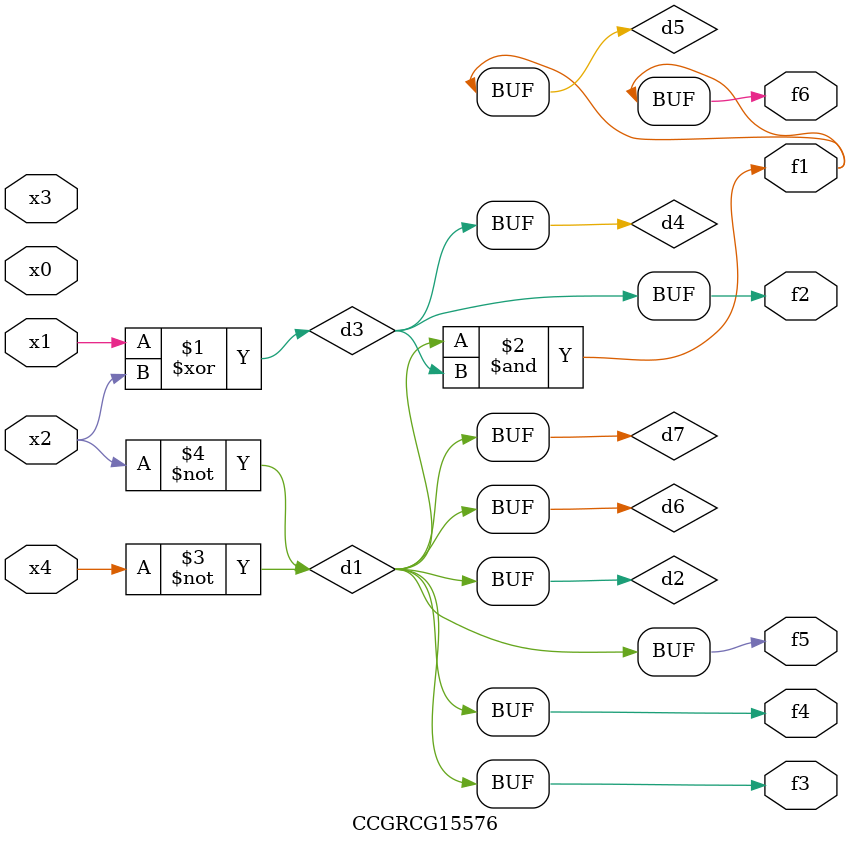
<source format=v>
module CCGRCG15576(
	input x0, x1, x2, x3, x4,
	output f1, f2, f3, f4, f5, f6
);

	wire d1, d2, d3, d4, d5, d6, d7;

	not (d1, x4);
	not (d2, x2);
	xor (d3, x1, x2);
	buf (d4, d3);
	and (d5, d1, d3);
	buf (d6, d1, d2);
	buf (d7, d2);
	assign f1 = d5;
	assign f2 = d4;
	assign f3 = d7;
	assign f4 = d7;
	assign f5 = d7;
	assign f6 = d5;
endmodule

</source>
